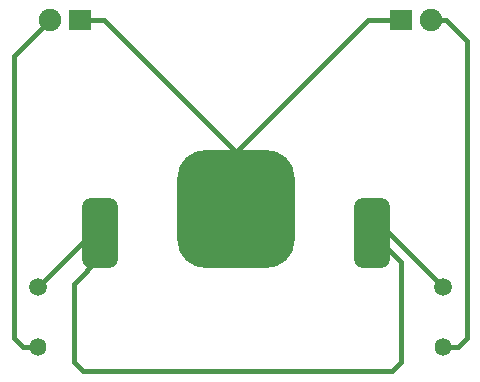
<source format=gbr>
%TF.GenerationSoftware,KiCad,Pcbnew,6.0.7-1.fc36*%
%TF.CreationDate,2022-08-25T22:11:40-05:00*%
%TF.ProjectId,ses-badge,7365732d-6261-4646-9765-2e6b69636164,rev?*%
%TF.SameCoordinates,Original*%
%TF.FileFunction,Copper,L2,Bot*%
%TF.FilePolarity,Positive*%
%FSLAX46Y46*%
G04 Gerber Fmt 4.6, Leading zero omitted, Abs format (unit mm)*
G04 Created by KiCad (PCBNEW 6.0.7-1.fc36) date 2022-08-25 22:11:40*
%MOMM*%
%LPD*%
G01*
G04 APERTURE LIST*
G04 Aperture macros list*
%AMRoundRect*
0 Rectangle with rounded corners*
0 $1 Rounding radius*
0 $2 $3 $4 $5 $6 $7 $8 $9 X,Y pos of 4 corners*
0 Add a 4 corners polygon primitive as box body*
4,1,4,$2,$3,$4,$5,$6,$7,$8,$9,$2,$3,0*
0 Add four circle primitives for the rounded corners*
1,1,$1+$1,$2,$3*
1,1,$1+$1,$4,$5*
1,1,$1+$1,$6,$7*
1,1,$1+$1,$8,$9*
0 Add four rect primitives between the rounded corners*
20,1,$1+$1,$2,$3,$4,$5,0*
20,1,$1+$1,$4,$5,$6,$7,0*
20,1,$1+$1,$6,$7,$8,$9,0*
20,1,$1+$1,$8,$9,$2,$3,0*%
G04 Aperture macros list end*
%TA.AperFunction,ComponentPad*%
%ADD10R,1.905000X1.800000*%
%TD*%
%TA.AperFunction,ComponentPad*%
%ADD11C,1.905000*%
%TD*%
%TA.AperFunction,ComponentPad*%
%ADD12C,1.500000*%
%TD*%
%TA.AperFunction,ComponentPad*%
%ADD13O,1.400000X1.500000*%
%TD*%
%TA.AperFunction,SMDPad,CuDef*%
%ADD14RoundRect,0.750000X-0.750000X-2.250000X0.750000X-2.250000X0.750000X2.250000X-0.750000X2.250000X0*%
%TD*%
%TA.AperFunction,SMDPad,CuDef*%
%ADD15RoundRect,2.500000X-2.500000X-2.500000X2.500000X-2.500000X2.500000X2.500000X-2.500000X2.500000X0*%
%TD*%
%TA.AperFunction,Conductor*%
%ADD16C,0.250000*%
%TD*%
%TA.AperFunction,Conductor*%
%ADD17C,0.381000*%
%TD*%
G04 APERTURE END LIST*
D10*
%TO.P,D2,1,K*%
%TO.N,GND*%
X147315000Y-79000000D03*
D11*
%TO.P,D2,2,A*%
%TO.N,Net-(D2-Pad2)*%
X149855000Y-79000000D03*
%TD*%
D12*
%TO.P,R1,1*%
%TO.N,VCC*%
X116586000Y-101600000D03*
D13*
%TO.P,R1,2*%
%TO.N,Net-(D1-Pad2)*%
X116586000Y-106680000D03*
%TD*%
D12*
%TO.P,R2,1*%
%TO.N,VCC*%
X150876000Y-101600000D03*
D13*
%TO.P,R2,2*%
%TO.N,Net-(D2-Pad2)*%
X150876000Y-106680000D03*
%TD*%
D10*
%TO.P,D1,1,K*%
%TO.N,GND*%
X120142000Y-79000000D03*
D11*
%TO.P,D1,2,A*%
%TO.N,Net-(D1-Pad2)*%
X117602000Y-79000000D03*
%TD*%
D14*
%TO.P,B1,1,+*%
%TO.N,VCC*%
X121850000Y-97028000D03*
%TO.P,B1,2,+*%
X144850000Y-97028000D03*
D15*
%TO.P,B1,3,-*%
%TO.N,GND*%
X133350000Y-95028000D03*
%TD*%
D16*
%TO.N,VCC*%
X144850000Y-97028000D02*
X146304000Y-97028000D01*
D17*
X119634000Y-101346000D02*
X119634000Y-107950000D01*
X147320000Y-99498000D02*
X144850000Y-97028000D01*
X147320000Y-107950000D02*
X147320000Y-99498000D01*
X120396000Y-108712000D02*
X146558000Y-108712000D01*
D16*
X121850000Y-97028000D02*
X121850000Y-99130000D01*
X121158000Y-97028000D02*
X121850000Y-97028000D01*
D17*
X116586000Y-101600000D02*
X121158000Y-97028000D01*
X146558000Y-108712000D02*
X147320000Y-107950000D01*
X119634000Y-107950000D02*
X120396000Y-108712000D01*
X121850000Y-99130000D02*
X119634000Y-101346000D01*
X146304000Y-97028000D02*
X150876000Y-101600000D01*
%TO.N,GND*%
X133350000Y-90170000D02*
X122180000Y-79000000D01*
X147315000Y-79000000D02*
X144532000Y-79000000D01*
X144526000Y-78994000D02*
X133350000Y-90170000D01*
X133350000Y-90170000D02*
X133350000Y-94028000D01*
X122180000Y-79000000D02*
X120142000Y-79000000D01*
D16*
X144532000Y-79000000D02*
X144526000Y-78994000D01*
D17*
%TO.N,Net-(D1-Pad2)*%
X116586000Y-106680000D02*
X115316000Y-106680000D01*
X114554000Y-82048000D02*
X117602000Y-79000000D01*
X114554000Y-105918000D02*
X114554000Y-82048000D01*
X115316000Y-106680000D02*
X114554000Y-105918000D01*
%TO.N,Net-(D2-Pad2)*%
X152908000Y-80772000D02*
X151136000Y-79000000D01*
X152146000Y-106680000D02*
X152908000Y-105918000D01*
X151136000Y-79000000D02*
X149855000Y-79000000D01*
X152908000Y-105918000D02*
X152908000Y-80772000D01*
X150876000Y-106680000D02*
X152146000Y-106680000D01*
%TD*%
M02*

</source>
